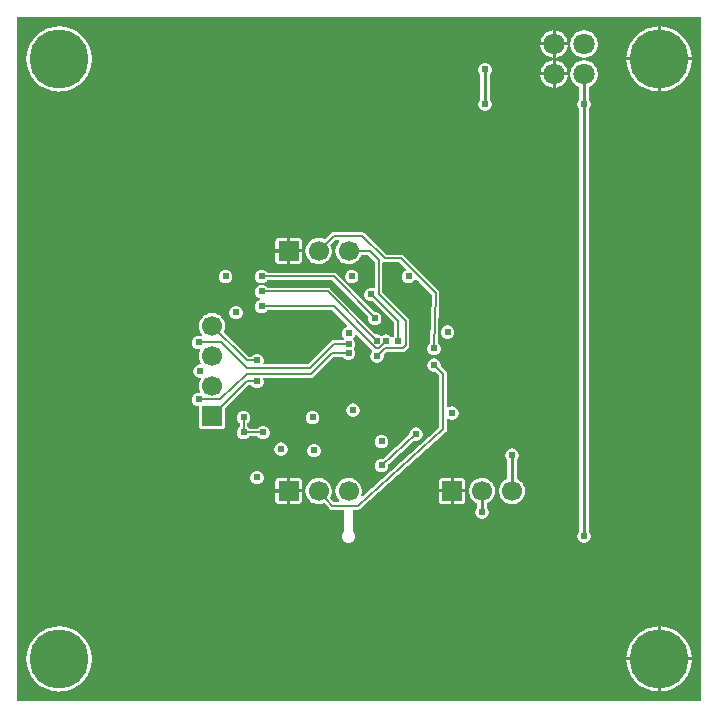
<source format=gbl>
G04 Layer: BottomLayer*
G04 Panelize: , Column: 2, Row: 2, Board Size: 58.42mm x 58.42mm, Panelized Board Size: 118.84mm x 118.84mm*
G04 EasyEDA v6.5.34, 2023-09-08 22:52:23*
G04 25f9ab1a57db4546acea81688240381b,5a6b42c53f6a479593ecc07194224c93,10*
G04 Gerber Generator version 0.2*
G04 Scale: 100 percent, Rotated: No, Reflected: No *
G04 Dimensions in millimeters *
G04 leading zeros omitted , absolute positions ,4 integer and 5 decimal *
%FSLAX45Y45*%
%MOMM*%

%ADD10C,0.3000*%
%ADD11C,0.2000*%
%ADD12C,0.1270*%
%ADD13C,0.2540*%
%ADD14R,1.7000X1.7000*%
%ADD15C,1.7000*%
%ADD16C,5.0000*%
%ADD17C,1.8000*%
%ADD18C,0.6096*%
%ADD19C,0.0162*%

%LPD*%
G36*
X5805932Y25908D02*
G01*
X36068Y26416D01*
X32156Y27178D01*
X28905Y29362D01*
X26670Y32664D01*
X25908Y36576D01*
X25908Y5805932D01*
X26670Y5809843D01*
X28905Y5813094D01*
X32156Y5815330D01*
X36068Y5816092D01*
X5805932Y5816092D01*
X5809843Y5815330D01*
X5813094Y5813094D01*
X5815330Y5809843D01*
X5816092Y5805932D01*
X5816092Y36068D01*
X5815330Y32207D01*
X5813094Y28905D01*
X5809843Y26670D01*
G37*

%LPC*%
G36*
X4584700Y5600700D02*
G01*
X4687112Y5600700D01*
X4686960Y5602528D01*
X4684268Y5616803D01*
X4679746Y5630672D01*
X4673549Y5643829D01*
X4665776Y5656122D01*
X4656480Y5667349D01*
X4645863Y5677306D01*
X4634077Y5685840D01*
X4621326Y5692851D01*
X4607814Y5698236D01*
X4593691Y5701842D01*
X4584700Y5702960D01*
G37*
G36*
X5473700Y105562D02*
G01*
X5478322Y105664D01*
X5501284Y108051D01*
X5523992Y112369D01*
X5546242Y118618D01*
X5567934Y126644D01*
X5588812Y136499D01*
X5608828Y148031D01*
X5627827Y161239D01*
X5645607Y175971D01*
X5662117Y192125D01*
X5677204Y209600D01*
X5690819Y228295D01*
X5702757Y248107D01*
X5713018Y268782D01*
X5721553Y290271D01*
X5728208Y312369D01*
X5733034Y334975D01*
X5735929Y357936D01*
X5736336Y368300D01*
X5473700Y368300D01*
G37*
G36*
X5448300Y105613D02*
G01*
X5448300Y368300D01*
X5185410Y368300D01*
X5187289Y346405D01*
X5191150Y323646D01*
X5196890Y301244D01*
X5204460Y279450D01*
X5213858Y258317D01*
X5224983Y238099D01*
X5237784Y218846D01*
X5252161Y200710D01*
X5267960Y183896D01*
X5285130Y168402D01*
X5303520Y154432D01*
X5323027Y142087D01*
X5343499Y131368D01*
X5364835Y122428D01*
X5386781Y115265D01*
X5409285Y109982D01*
X5432145Y106629D01*
G37*
G36*
X5473700Y393700D02*
G01*
X5736336Y393700D01*
X5735929Y404063D01*
X5733034Y427024D01*
X5728208Y449630D01*
X5721553Y471728D01*
X5713018Y493217D01*
X5702757Y513892D01*
X5690819Y533704D01*
X5677204Y552348D01*
X5662117Y569874D01*
X5645607Y586028D01*
X5627827Y600760D01*
X5608828Y613968D01*
X5588812Y625500D01*
X5567934Y635355D01*
X5546242Y643382D01*
X5523992Y649630D01*
X5501284Y653948D01*
X5478322Y656336D01*
X5473700Y656437D01*
G37*
G36*
X5185410Y393700D02*
G01*
X5448300Y393700D01*
X5448300Y656386D01*
X5432145Y655370D01*
X5409285Y652018D01*
X5386781Y646734D01*
X5364835Y639572D01*
X5343499Y630631D01*
X5323027Y619912D01*
X5303520Y607568D01*
X5285130Y593598D01*
X5267960Y578104D01*
X5252161Y561289D01*
X5237784Y543153D01*
X5224983Y523900D01*
X5213858Y503682D01*
X5204460Y482549D01*
X5196890Y460756D01*
X5191150Y438353D01*
X5187289Y415594D01*
G37*
G36*
X4826000Y1366062D02*
G01*
X4835804Y1366926D01*
X4845253Y1369466D01*
X4854194Y1373581D01*
X4862220Y1379220D01*
X4869180Y1386179D01*
X4874818Y1394206D01*
X4878933Y1403146D01*
X4881473Y1412595D01*
X4882337Y1422400D01*
X4881473Y1432204D01*
X4878933Y1441653D01*
X4874818Y1450594D01*
X4869180Y1458620D01*
X4867605Y1460195D01*
X4865370Y1463497D01*
X4864608Y1467408D01*
X4864608Y5033518D01*
X4865370Y5037378D01*
X4867605Y5040680D01*
X4869180Y5042255D01*
X4874818Y5050332D01*
X4878933Y5059222D01*
X4881473Y5068722D01*
X4882337Y5078476D01*
X4881473Y5088280D01*
X4878933Y5097780D01*
X4874818Y5106670D01*
X4869180Y5114696D01*
X4867605Y5116322D01*
X4865370Y5119573D01*
X4864608Y5123484D01*
X4864608Y5217972D01*
X4865420Y5221935D01*
X4867656Y5225237D01*
X4871008Y5227421D01*
X4875326Y5229148D01*
X4888077Y5236159D01*
X4899863Y5244693D01*
X4910480Y5254650D01*
X4919776Y5265877D01*
X4927549Y5278170D01*
X4933746Y5291328D01*
X4938268Y5305196D01*
X4940960Y5319471D01*
X4941874Y5334000D01*
X4940960Y5348528D01*
X4938268Y5362803D01*
X4933746Y5376672D01*
X4927549Y5389829D01*
X4919776Y5402122D01*
X4910480Y5413349D01*
X4899863Y5423306D01*
X4888077Y5431840D01*
X4875326Y5438851D01*
X4861814Y5444236D01*
X4847691Y5447842D01*
X4833264Y5449671D01*
X4818735Y5449671D01*
X4804308Y5447842D01*
X4790186Y5444236D01*
X4776673Y5438851D01*
X4763922Y5431840D01*
X4752136Y5423306D01*
X4741519Y5413349D01*
X4732223Y5402122D01*
X4724450Y5389829D01*
X4718253Y5376672D01*
X4713732Y5362803D01*
X4711039Y5348528D01*
X4710125Y5334000D01*
X4711039Y5319471D01*
X4713732Y5305196D01*
X4718253Y5291328D01*
X4724450Y5278170D01*
X4732223Y5265877D01*
X4741519Y5254650D01*
X4752136Y5244693D01*
X4763922Y5236159D01*
X4776673Y5229148D01*
X4780991Y5227421D01*
X4784344Y5225237D01*
X4786579Y5221935D01*
X4787392Y5217972D01*
X4787392Y5123484D01*
X4786630Y5119573D01*
X4784394Y5116322D01*
X4782820Y5114696D01*
X4777181Y5106670D01*
X4773066Y5097780D01*
X4770526Y5088280D01*
X4769662Y5078476D01*
X4770526Y5068722D01*
X4773066Y5059222D01*
X4777181Y5050332D01*
X4782820Y5042255D01*
X4784394Y5040680D01*
X4786630Y5037378D01*
X4787392Y5033518D01*
X4787392Y1467408D01*
X4786630Y1463497D01*
X4784394Y1460195D01*
X4782820Y1458620D01*
X4777181Y1450594D01*
X4773066Y1441653D01*
X4770526Y1432204D01*
X4769662Y1422400D01*
X4770526Y1412595D01*
X4773066Y1403146D01*
X4777181Y1394206D01*
X4782820Y1386179D01*
X4789779Y1379220D01*
X4797806Y1373581D01*
X4806746Y1369466D01*
X4816195Y1366926D01*
G37*
G36*
X2832100Y1366062D02*
G01*
X2841853Y1366926D01*
X2851353Y1369466D01*
X2860243Y1373581D01*
X2868320Y1379220D01*
X2875229Y1386179D01*
X2880868Y1394206D01*
X2885033Y1403146D01*
X2887573Y1412595D01*
X2888437Y1422400D01*
X2887573Y1432204D01*
X2885033Y1441653D01*
X2880868Y1450594D01*
X2875229Y1458620D01*
X2873705Y1460195D01*
X2871470Y1463497D01*
X2870708Y1467358D01*
X2870708Y1633982D01*
X2871470Y1637893D01*
X2873705Y1641144D01*
X2876956Y1643380D01*
X2880868Y1644142D01*
X2908046Y1644142D01*
X2915005Y1644853D01*
X2921406Y1646936D01*
X2927248Y1650339D01*
X2929991Y1652524D01*
X3653282Y2299716D01*
X3658158Y2305100D01*
X3661562Y2310892D01*
X3663645Y2317292D01*
X3664458Y2324658D01*
X3664458Y2406497D01*
X3665270Y2410510D01*
X3667556Y2413863D01*
X3671011Y2416048D01*
X3675024Y2416657D01*
X3678986Y2415692D01*
X3689146Y2410815D01*
X3698595Y2408326D01*
X3708400Y2407462D01*
X3718153Y2408326D01*
X3727653Y2410866D01*
X3736543Y2414981D01*
X3744620Y2420620D01*
X3751529Y2427579D01*
X3757168Y2435606D01*
X3761333Y2444546D01*
X3763873Y2453995D01*
X3764737Y2463800D01*
X3763873Y2473604D01*
X3761333Y2483053D01*
X3757168Y2491994D01*
X3751529Y2500020D01*
X3744620Y2506980D01*
X3736543Y2512618D01*
X3727653Y2516733D01*
X3718153Y2519273D01*
X3708400Y2520137D01*
X3698595Y2519273D01*
X3689146Y2516784D01*
X3678986Y2511907D01*
X3675024Y2510942D01*
X3671011Y2511552D01*
X3667556Y2513736D01*
X3665270Y2517089D01*
X3664458Y2521051D01*
X3664458Y2793492D01*
X3663696Y2800705D01*
X3661613Y2807106D01*
X3658158Y2813050D01*
X3654704Y2817114D01*
X3614826Y2856992D01*
X3612438Y2860700D01*
X3611879Y2865069D01*
X3612337Y2870200D01*
X3611473Y2880004D01*
X3608933Y2889453D01*
X3604768Y2898394D01*
X3599129Y2906420D01*
X3592220Y2913380D01*
X3584143Y2919018D01*
X3575253Y2923133D01*
X3565753Y2925673D01*
X3556000Y2926537D01*
X3546195Y2925673D01*
X3536696Y2923133D01*
X3527806Y2919018D01*
X3519779Y2913380D01*
X3512820Y2906420D01*
X3507181Y2898394D01*
X3503015Y2889453D01*
X3500475Y2880004D01*
X3499662Y2870200D01*
X3500475Y2860395D01*
X3503015Y2850946D01*
X3507181Y2842006D01*
X3512820Y2833979D01*
X3519779Y2827020D01*
X3527806Y2821381D01*
X3536696Y2817266D01*
X3546195Y2814726D01*
X3556000Y2813862D01*
X3561130Y2814320D01*
X3565499Y2813710D01*
X3569208Y2811373D01*
X3596944Y2783636D01*
X3599179Y2780334D01*
X3599942Y2776423D01*
X3599942Y2343048D01*
X3599027Y2338933D01*
X3596538Y2335479D01*
X2954680Y1761185D01*
X2950819Y1759000D01*
X2946450Y1758696D01*
X2942336Y1760270D01*
X2939237Y1763420D01*
X2937814Y1767586D01*
X2938221Y1771954D01*
X2939338Y1775256D01*
X2942082Y1789226D01*
X2942996Y1803400D01*
X2942082Y1817573D01*
X2939338Y1831543D01*
X2934868Y1845005D01*
X2928721Y1857806D01*
X2920949Y1869744D01*
X2911754Y1880514D01*
X2901238Y1890115D01*
X2889554Y1898243D01*
X2876956Y1904796D01*
X2863646Y1909724D01*
X2849778Y1912874D01*
X2835656Y1914245D01*
X2821432Y1913788D01*
X2807411Y1911502D01*
X2793796Y1907438D01*
X2780792Y1901698D01*
X2768650Y1894332D01*
X2757525Y1885492D01*
X2747670Y1875282D01*
X2739136Y1863902D01*
X2732176Y1851507D01*
X2726842Y1838350D01*
X2723235Y1824583D01*
X2721406Y1810512D01*
X2721406Y1796288D01*
X2723235Y1782216D01*
X2726842Y1768449D01*
X2732176Y1755292D01*
X2739136Y1742897D01*
X2747670Y1731518D01*
X2753106Y1725879D01*
X2755239Y1722577D01*
X2755950Y1718716D01*
X2755138Y1714855D01*
X2752953Y1711604D01*
X2749651Y1709420D01*
X2745790Y1708657D01*
X2711297Y1708657D01*
X2707132Y1709521D01*
X2703728Y1712010D01*
X2677769Y1740865D01*
X2675737Y1744268D01*
X2675178Y1748180D01*
X2676194Y1752041D01*
X2680868Y1761794D01*
X2685338Y1775256D01*
X2688082Y1789226D01*
X2688996Y1803400D01*
X2688082Y1817573D01*
X2685338Y1831543D01*
X2680868Y1845005D01*
X2674721Y1857806D01*
X2666949Y1869744D01*
X2657754Y1880514D01*
X2647238Y1890115D01*
X2635554Y1898243D01*
X2622956Y1904796D01*
X2609646Y1909724D01*
X2595778Y1912874D01*
X2581656Y1914245D01*
X2567432Y1913788D01*
X2553411Y1911502D01*
X2539796Y1907438D01*
X2526792Y1901698D01*
X2514650Y1894332D01*
X2503525Y1885492D01*
X2493670Y1875282D01*
X2485136Y1863902D01*
X2478176Y1851507D01*
X2472842Y1838350D01*
X2469235Y1824583D01*
X2467406Y1810512D01*
X2467406Y1796288D01*
X2469235Y1782216D01*
X2472842Y1768449D01*
X2478176Y1755292D01*
X2485136Y1742897D01*
X2493670Y1731518D01*
X2503525Y1721307D01*
X2514650Y1712468D01*
X2526792Y1705102D01*
X2539796Y1699310D01*
X2553411Y1695297D01*
X2567432Y1693011D01*
X2581656Y1692554D01*
X2595778Y1693925D01*
X2609646Y1697075D01*
X2618740Y1700428D01*
X2622702Y1701038D01*
X2626614Y1700123D01*
X2629814Y1697685D01*
X2668066Y1655216D01*
X2673451Y1650339D01*
X2679293Y1646986D01*
X2685694Y1644904D01*
X2692908Y1644142D01*
X2783332Y1644142D01*
X2787243Y1643380D01*
X2790494Y1641144D01*
X2792730Y1637893D01*
X2793492Y1633982D01*
X2793492Y1467408D01*
X2792730Y1463497D01*
X2790494Y1460195D01*
X2788920Y1458620D01*
X2783281Y1450594D01*
X2779115Y1441653D01*
X2776575Y1432204D01*
X2775762Y1422400D01*
X2776575Y1412595D01*
X2779115Y1403146D01*
X2783281Y1394206D01*
X2788920Y1386179D01*
X2795879Y1379220D01*
X2803906Y1373581D01*
X2812796Y1369466D01*
X2822295Y1366926D01*
G37*
G36*
X3962400Y1569262D02*
G01*
X3972153Y1570126D01*
X3981653Y1572666D01*
X3990543Y1576781D01*
X3998620Y1582420D01*
X4005529Y1589379D01*
X4011168Y1597406D01*
X4015333Y1606346D01*
X4017873Y1615795D01*
X4018737Y1625600D01*
X4017873Y1635404D01*
X4015333Y1644853D01*
X4011168Y1653793D01*
X4005529Y1661820D01*
X4003954Y1663395D01*
X4001770Y1666697D01*
X4001008Y1670608D01*
X4001008Y1692605D01*
X4001668Y1696212D01*
X4003548Y1699361D01*
X4006494Y1701596D01*
X4019905Y1708556D01*
X4031538Y1716684D01*
X4042054Y1726234D01*
X4051249Y1737055D01*
X4059021Y1748993D01*
X4065168Y1761794D01*
X4069638Y1775256D01*
X4072382Y1789226D01*
X4073296Y1803400D01*
X4072382Y1817573D01*
X4069638Y1831543D01*
X4065168Y1845005D01*
X4059021Y1857806D01*
X4051249Y1869744D01*
X4042054Y1880514D01*
X4031538Y1890115D01*
X4019854Y1898243D01*
X4007256Y1904796D01*
X3993946Y1909724D01*
X3980078Y1912874D01*
X3965956Y1914245D01*
X3951732Y1913788D01*
X3937711Y1911502D01*
X3924096Y1907438D01*
X3911092Y1901698D01*
X3898950Y1894332D01*
X3887825Y1885492D01*
X3877970Y1875282D01*
X3869436Y1863902D01*
X3862476Y1851507D01*
X3857142Y1838350D01*
X3853535Y1824583D01*
X3851757Y1810512D01*
X3851757Y1796288D01*
X3853535Y1782216D01*
X3857142Y1768449D01*
X3862476Y1755292D01*
X3869436Y1742897D01*
X3877970Y1731518D01*
X3887825Y1721307D01*
X3898950Y1712468D01*
X3911092Y1705102D01*
X3917746Y1702155D01*
X3920896Y1699920D01*
X3923029Y1696669D01*
X3923792Y1692859D01*
X3923792Y1670608D01*
X3923029Y1666697D01*
X3920794Y1663395D01*
X3919220Y1661820D01*
X3913581Y1653793D01*
X3909415Y1644853D01*
X3906875Y1635404D01*
X3906062Y1625600D01*
X3906875Y1615795D01*
X3909415Y1606346D01*
X3913581Y1597406D01*
X3919220Y1589379D01*
X3926179Y1582420D01*
X3934206Y1576781D01*
X3943096Y1572666D01*
X3952595Y1570126D01*
G37*
G36*
X3721100Y1692503D02*
G01*
X3792829Y1692503D01*
X3799128Y1693214D01*
X3804615Y1695094D01*
X3809492Y1698193D01*
X3813606Y1702307D01*
X3816654Y1707184D01*
X3818585Y1712671D01*
X3819296Y1718970D01*
X3819296Y1790700D01*
X3721100Y1790700D01*
G37*
G36*
X2336800Y1692503D02*
G01*
X2408529Y1692503D01*
X2414828Y1693214D01*
X2420315Y1695094D01*
X2425192Y1698193D01*
X2429306Y1702307D01*
X2432354Y1707184D01*
X2434285Y1712671D01*
X2434996Y1718970D01*
X2434996Y1790700D01*
X2336800Y1790700D01*
G37*
G36*
X2239670Y1692503D02*
G01*
X2311400Y1692503D01*
X2311400Y1790700D01*
X2213203Y1790700D01*
X2213203Y1718970D01*
X2213914Y1712671D01*
X2215794Y1707184D01*
X2218893Y1702307D01*
X2222957Y1698193D01*
X2227884Y1695094D01*
X2233320Y1693214D01*
G37*
G36*
X3623970Y1692503D02*
G01*
X3695700Y1692503D01*
X3695700Y1790700D01*
X3597503Y1790700D01*
X3597503Y1718970D01*
X3598214Y1712671D01*
X3600094Y1707184D01*
X3603193Y1702307D01*
X3607257Y1698193D01*
X3612184Y1695094D01*
X3617620Y1693214D01*
G37*
G36*
X4219956Y1692554D02*
G01*
X4234078Y1693925D01*
X4247946Y1697075D01*
X4261256Y1702003D01*
X4273854Y1708556D01*
X4285538Y1716684D01*
X4296054Y1726234D01*
X4305249Y1737055D01*
X4313021Y1748993D01*
X4319168Y1761794D01*
X4323638Y1775256D01*
X4326382Y1789226D01*
X4327296Y1803400D01*
X4326382Y1817573D01*
X4323638Y1831543D01*
X4319168Y1845005D01*
X4313021Y1857806D01*
X4305249Y1869744D01*
X4296054Y1880514D01*
X4285538Y1890115D01*
X4273905Y1898192D01*
X4260494Y1905152D01*
X4257548Y1907438D01*
X4255668Y1910588D01*
X4255008Y1914194D01*
X4255008Y2063191D01*
X4255770Y2067102D01*
X4257954Y2070404D01*
X4259529Y2071979D01*
X4265168Y2080006D01*
X4269333Y2088946D01*
X4271873Y2098395D01*
X4272737Y2108200D01*
X4271873Y2118004D01*
X4269333Y2127453D01*
X4265168Y2136394D01*
X4259529Y2144420D01*
X4252620Y2151380D01*
X4244543Y2157018D01*
X4235653Y2161133D01*
X4226153Y2163673D01*
X4216400Y2164537D01*
X4206595Y2163673D01*
X4197096Y2161133D01*
X4188206Y2157018D01*
X4180179Y2151380D01*
X4173220Y2144420D01*
X4167581Y2136394D01*
X4163415Y2127453D01*
X4160875Y2118004D01*
X4160062Y2108200D01*
X4160875Y2098395D01*
X4163415Y2088946D01*
X4167581Y2080006D01*
X4173220Y2071979D01*
X4174794Y2070404D01*
X4177029Y2067102D01*
X4177792Y2063191D01*
X4177792Y1913940D01*
X4177029Y1910130D01*
X4174896Y1906879D01*
X4171746Y1904644D01*
X4165092Y1901698D01*
X4152950Y1894332D01*
X4141825Y1885492D01*
X4131970Y1875282D01*
X4123436Y1863902D01*
X4116476Y1851507D01*
X4111142Y1838350D01*
X4107535Y1824583D01*
X4105757Y1810512D01*
X4105757Y1796288D01*
X4107535Y1782216D01*
X4111142Y1768449D01*
X4116476Y1755292D01*
X4123436Y1742897D01*
X4131970Y1731518D01*
X4141825Y1721307D01*
X4152950Y1712468D01*
X4165092Y1705102D01*
X4178096Y1699310D01*
X4191711Y1695297D01*
X4205732Y1693011D01*
G37*
G36*
X4456887Y5600700D02*
G01*
X4559300Y5600700D01*
X4559300Y5702960D01*
X4550308Y5701842D01*
X4536186Y5698236D01*
X4522673Y5692851D01*
X4509922Y5685840D01*
X4498136Y5677306D01*
X4487519Y5667349D01*
X4478223Y5656122D01*
X4470450Y5643829D01*
X4464253Y5630672D01*
X4459732Y5616803D01*
X4457039Y5602528D01*
G37*
G36*
X5185410Y5473700D02*
G01*
X5448300Y5473700D01*
X5448300Y5736386D01*
X5432145Y5735370D01*
X5409285Y5732018D01*
X5386781Y5726734D01*
X5364835Y5719572D01*
X5343499Y5710631D01*
X5323027Y5699912D01*
X5303520Y5687568D01*
X5285130Y5673598D01*
X5267960Y5658104D01*
X5252161Y5641289D01*
X5237784Y5623153D01*
X5224983Y5603900D01*
X5213858Y5583682D01*
X5204460Y5562549D01*
X5196890Y5540756D01*
X5191150Y5518353D01*
X5187289Y5495594D01*
G37*
G36*
X5473700Y5473700D02*
G01*
X5736336Y5473700D01*
X5735929Y5484063D01*
X5733034Y5507024D01*
X5728208Y5529630D01*
X5721553Y5551728D01*
X5713018Y5573217D01*
X5702757Y5593892D01*
X5690819Y5613704D01*
X5677204Y5632348D01*
X5662117Y5649874D01*
X5645607Y5666028D01*
X5627827Y5680760D01*
X5608828Y5693968D01*
X5588812Y5705500D01*
X5567934Y5715355D01*
X5546242Y5723382D01*
X5523992Y5729630D01*
X5501284Y5733948D01*
X5478322Y5736336D01*
X5473700Y5736437D01*
G37*
G36*
X3721100Y1816100D02*
G01*
X3819296Y1816100D01*
X3819296Y1887829D01*
X3818585Y1894128D01*
X3816654Y1899615D01*
X3813606Y1904492D01*
X3809492Y1908606D01*
X3804615Y1911705D01*
X3799128Y1913585D01*
X3792829Y1914296D01*
X3721100Y1914296D01*
G37*
G36*
X2336800Y1816100D02*
G01*
X2434996Y1816100D01*
X2434996Y1887829D01*
X2434285Y1894128D01*
X2432354Y1899615D01*
X2429306Y1904492D01*
X2425192Y1908606D01*
X2420315Y1911705D01*
X2414828Y1913585D01*
X2408529Y1914296D01*
X2336800Y1914296D01*
G37*
G36*
X3597503Y1816100D02*
G01*
X3695700Y1816100D01*
X3695700Y1914296D01*
X3623970Y1914296D01*
X3617620Y1913585D01*
X3612184Y1911705D01*
X3607257Y1908606D01*
X3603193Y1904492D01*
X3600094Y1899615D01*
X3598214Y1894128D01*
X3597503Y1887829D01*
G37*
G36*
X2213203Y1816100D02*
G01*
X2311400Y1816100D01*
X2311400Y1914296D01*
X2239670Y1914296D01*
X2233320Y1913585D01*
X2227884Y1911705D01*
X2222957Y1908606D01*
X2218893Y1904492D01*
X2215794Y1899615D01*
X2213914Y1894128D01*
X2213203Y1887829D01*
G37*
G36*
X2057400Y1861362D02*
G01*
X2067153Y1862226D01*
X2076653Y1864766D01*
X2085543Y1868881D01*
X2093620Y1874520D01*
X2100529Y1881479D01*
X2106168Y1889506D01*
X2110333Y1898446D01*
X2112873Y1907895D01*
X2113737Y1917700D01*
X2112873Y1927504D01*
X2110333Y1936953D01*
X2106168Y1945893D01*
X2100529Y1953920D01*
X2093620Y1960880D01*
X2085543Y1966518D01*
X2076653Y1970633D01*
X2067153Y1973173D01*
X2057400Y1974037D01*
X2047595Y1973173D01*
X2038096Y1970633D01*
X2029206Y1966518D01*
X2021179Y1960880D01*
X2014220Y1953920D01*
X2008581Y1945893D01*
X2004415Y1936953D01*
X2001875Y1927504D01*
X2001062Y1917700D01*
X2001875Y1907895D01*
X2004415Y1898446D01*
X2008581Y1889506D01*
X2014220Y1881479D01*
X2021179Y1874520D01*
X2029206Y1868881D01*
X2038096Y1864766D01*
X2047595Y1862226D01*
G37*
G36*
X3111500Y1962962D02*
G01*
X3121253Y1963826D01*
X3130753Y1966366D01*
X3139643Y1970481D01*
X3147720Y1976120D01*
X3154629Y1983079D01*
X3160268Y1991106D01*
X3164433Y2000046D01*
X3166973Y2009495D01*
X3167837Y2019300D01*
X3167837Y2024583D01*
X3168954Y2027478D01*
X3170936Y2029866D01*
X3387648Y2227732D01*
X3391204Y2229866D01*
X3395370Y2230374D01*
X3403600Y2229662D01*
X3413353Y2230526D01*
X3422853Y2233066D01*
X3431743Y2237181D01*
X3439820Y2242820D01*
X3446729Y2249779D01*
X3452368Y2257806D01*
X3456533Y2266746D01*
X3459073Y2276195D01*
X3459937Y2286000D01*
X3459073Y2295804D01*
X3456533Y2305253D01*
X3452368Y2314194D01*
X3446729Y2322220D01*
X3439820Y2329180D01*
X3431743Y2334818D01*
X3422853Y2338933D01*
X3413353Y2341473D01*
X3403600Y2342337D01*
X3393795Y2341473D01*
X3384296Y2338933D01*
X3375406Y2334818D01*
X3367379Y2329180D01*
X3360420Y2322220D01*
X3354781Y2314194D01*
X3350615Y2305253D01*
X3348075Y2295804D01*
X3347262Y2286000D01*
X3347212Y2280716D01*
X3346094Y2277821D01*
X3344164Y2275433D01*
X3127451Y2077567D01*
X3123844Y2075434D01*
X3119729Y2074925D01*
X3111500Y2075637D01*
X3101695Y2074773D01*
X3092196Y2072233D01*
X3083306Y2068118D01*
X3075279Y2062480D01*
X3068320Y2055520D01*
X3062681Y2047493D01*
X3058515Y2038553D01*
X3055975Y2029104D01*
X3055162Y2019300D01*
X3055975Y2009495D01*
X3058515Y2000046D01*
X3062681Y1991106D01*
X3068320Y1983079D01*
X3075279Y1976120D01*
X3083306Y1970481D01*
X3092196Y1966366D01*
X3101695Y1963826D01*
G37*
G36*
X4584700Y5473039D02*
G01*
X4593691Y5474157D01*
X4607814Y5477764D01*
X4621326Y5483148D01*
X4634077Y5490159D01*
X4645863Y5498693D01*
X4656480Y5508650D01*
X4665776Y5519877D01*
X4673549Y5532170D01*
X4679746Y5545328D01*
X4684268Y5559196D01*
X4686960Y5573471D01*
X4687112Y5575300D01*
X4584700Y5575300D01*
G37*
G36*
X2540000Y2089962D02*
G01*
X2549753Y2090826D01*
X2559253Y2093366D01*
X2568143Y2097481D01*
X2576220Y2103120D01*
X2583129Y2110079D01*
X2588768Y2118106D01*
X2592933Y2127046D01*
X2595473Y2136495D01*
X2596337Y2146300D01*
X2595473Y2156104D01*
X2592933Y2165553D01*
X2588768Y2174494D01*
X2583129Y2182520D01*
X2576220Y2189480D01*
X2568143Y2195118D01*
X2559253Y2199233D01*
X2549753Y2201773D01*
X2540000Y2202637D01*
X2530195Y2201773D01*
X2520696Y2199233D01*
X2511806Y2195118D01*
X2503779Y2189480D01*
X2496820Y2182520D01*
X2491181Y2174494D01*
X2487015Y2165553D01*
X2484475Y2156104D01*
X2483662Y2146300D01*
X2484475Y2136495D01*
X2487015Y2127046D01*
X2491181Y2118106D01*
X2496820Y2110079D01*
X2503779Y2103120D01*
X2511806Y2097481D01*
X2520696Y2093366D01*
X2530195Y2090826D01*
G37*
G36*
X2260600Y2102662D02*
G01*
X2270353Y2103526D01*
X2279853Y2106066D01*
X2288743Y2110181D01*
X2296820Y2115820D01*
X2303729Y2122779D01*
X2309368Y2130806D01*
X2313533Y2139746D01*
X2316073Y2149195D01*
X2316937Y2159000D01*
X2316073Y2168804D01*
X2313533Y2178253D01*
X2309368Y2187194D01*
X2303729Y2195220D01*
X2296820Y2202180D01*
X2288743Y2207818D01*
X2279853Y2211933D01*
X2270353Y2214473D01*
X2260600Y2215337D01*
X2250795Y2214473D01*
X2241296Y2211933D01*
X2232406Y2207818D01*
X2224379Y2202180D01*
X2217420Y2195220D01*
X2211781Y2187194D01*
X2207615Y2178253D01*
X2205075Y2168804D01*
X2204262Y2159000D01*
X2205075Y2149195D01*
X2207615Y2139746D01*
X2211781Y2130806D01*
X2217420Y2122779D01*
X2224379Y2115820D01*
X2232406Y2110181D01*
X2241296Y2106066D01*
X2250795Y2103526D01*
G37*
G36*
X3111500Y2166162D02*
G01*
X3121253Y2167026D01*
X3130753Y2169566D01*
X3139643Y2173681D01*
X3147720Y2179320D01*
X3154629Y2186279D01*
X3160268Y2194306D01*
X3164433Y2203246D01*
X3166973Y2212695D01*
X3167837Y2222500D01*
X3166973Y2232304D01*
X3164433Y2241753D01*
X3160268Y2250694D01*
X3154629Y2258720D01*
X3147720Y2265680D01*
X3139643Y2271318D01*
X3130753Y2275433D01*
X3121253Y2277973D01*
X3111500Y2278837D01*
X3101695Y2277973D01*
X3092196Y2275433D01*
X3083306Y2271318D01*
X3075279Y2265680D01*
X3068320Y2258720D01*
X3062681Y2250694D01*
X3058515Y2241753D01*
X3055975Y2232304D01*
X3055162Y2222500D01*
X3055975Y2212695D01*
X3058515Y2203246D01*
X3062681Y2194306D01*
X3068320Y2186279D01*
X3075279Y2179320D01*
X3083306Y2173681D01*
X3092196Y2169566D01*
X3101695Y2167026D01*
G37*
G36*
X4559300Y5473039D02*
G01*
X4559300Y5575300D01*
X4456887Y5575300D01*
X4457039Y5573471D01*
X4459732Y5559196D01*
X4464253Y5545328D01*
X4470450Y5532170D01*
X4478223Y5519877D01*
X4487519Y5508650D01*
X4498136Y5498693D01*
X4509922Y5490159D01*
X4522673Y5483148D01*
X4536186Y5477764D01*
X4550308Y5474157D01*
G37*
G36*
X1943100Y2242362D02*
G01*
X1952853Y2243226D01*
X1962353Y2245766D01*
X1971243Y2249881D01*
X1979269Y2255520D01*
X1987092Y2263444D01*
X1990394Y2265680D01*
X1994306Y2266442D01*
X2056942Y2266442D01*
X2060854Y2265680D01*
X2064207Y2263444D01*
X2071979Y2255520D01*
X2080006Y2249881D01*
X2088896Y2245766D01*
X2098395Y2243226D01*
X2108200Y2242362D01*
X2117953Y2243226D01*
X2127453Y2245766D01*
X2136343Y2249881D01*
X2144420Y2255520D01*
X2151329Y2262479D01*
X2156968Y2270506D01*
X2161133Y2279446D01*
X2163673Y2288895D01*
X2164537Y2298700D01*
X2163673Y2308504D01*
X2161133Y2317953D01*
X2156968Y2326894D01*
X2151329Y2334920D01*
X2144420Y2341880D01*
X2136343Y2347518D01*
X2127453Y2351633D01*
X2117953Y2354173D01*
X2108200Y2355037D01*
X2098395Y2354173D01*
X2088896Y2351633D01*
X2080006Y2347518D01*
X2071979Y2341880D01*
X2064207Y2333955D01*
X2060854Y2331720D01*
X2056942Y2330958D01*
X1994306Y2330958D01*
X1990445Y2331720D01*
X1987143Y2333955D01*
X1978304Y2342743D01*
X1976120Y2346045D01*
X1975357Y2349906D01*
X1975357Y2374493D01*
X1976120Y2378405D01*
X1978355Y2381707D01*
X1986280Y2389479D01*
X1991868Y2397506D01*
X1996033Y2406446D01*
X1998573Y2415895D01*
X1999437Y2425700D01*
X1998573Y2435504D01*
X1996033Y2444953D01*
X1991868Y2453894D01*
X1986229Y2461920D01*
X1979320Y2468880D01*
X1971243Y2474518D01*
X1962353Y2478633D01*
X1952853Y2481173D01*
X1943100Y2482037D01*
X1933295Y2481173D01*
X1923796Y2478633D01*
X1914906Y2474518D01*
X1906879Y2468880D01*
X1899920Y2461920D01*
X1894281Y2453894D01*
X1890115Y2444953D01*
X1887575Y2435504D01*
X1886762Y2425700D01*
X1887575Y2415895D01*
X1890115Y2406446D01*
X1894281Y2397506D01*
X1899920Y2389479D01*
X1907793Y2381707D01*
X1910029Y2378405D01*
X1910842Y2374442D01*
X1910842Y2349906D01*
X1910029Y2345994D01*
X1907793Y2342692D01*
X1899920Y2334869D01*
X1894281Y2326894D01*
X1890115Y2317953D01*
X1887575Y2308504D01*
X1886762Y2298700D01*
X1887575Y2288895D01*
X1890115Y2279446D01*
X1894281Y2270506D01*
X1899920Y2262479D01*
X1906879Y2255520D01*
X1914906Y2249881D01*
X1923796Y2245766D01*
X1933295Y2243226D01*
G37*
G36*
X4818735Y5472328D02*
G01*
X4833264Y5472328D01*
X4847691Y5474157D01*
X4861814Y5477764D01*
X4875326Y5483148D01*
X4888077Y5490159D01*
X4899863Y5498693D01*
X4910480Y5508650D01*
X4919776Y5519877D01*
X4927549Y5532170D01*
X4933746Y5545328D01*
X4938268Y5559196D01*
X4940960Y5573471D01*
X4941874Y5588000D01*
X4940960Y5602528D01*
X4938268Y5616803D01*
X4933746Y5630672D01*
X4927549Y5643829D01*
X4919776Y5656122D01*
X4910480Y5667349D01*
X4899863Y5677306D01*
X4888077Y5685840D01*
X4875326Y5692851D01*
X4861814Y5698236D01*
X4847691Y5701842D01*
X4833264Y5703671D01*
X4818735Y5703671D01*
X4804308Y5701842D01*
X4790186Y5698236D01*
X4776673Y5692851D01*
X4763922Y5685840D01*
X4752136Y5677306D01*
X4741519Y5667349D01*
X4732223Y5656122D01*
X4724450Y5643829D01*
X4718253Y5630672D01*
X4713732Y5616803D01*
X4711039Y5602528D01*
X4710125Y5588000D01*
X4711039Y5573471D01*
X4713732Y5559196D01*
X4718253Y5545328D01*
X4724450Y5532170D01*
X4732223Y5519877D01*
X4741519Y5508650D01*
X4752136Y5498693D01*
X4763922Y5490159D01*
X4776673Y5483148D01*
X4790186Y5477764D01*
X4804308Y5474157D01*
G37*
G36*
X1591970Y2327503D02*
G01*
X1760829Y2327503D01*
X1767128Y2328214D01*
X1772615Y2330094D01*
X1777492Y2333193D01*
X1781606Y2337308D01*
X1784654Y2342184D01*
X1786585Y2347671D01*
X1787296Y2353970D01*
X1787296Y2499461D01*
X1788058Y2503373D01*
X1790293Y2506675D01*
X1978863Y2695244D01*
X1982165Y2697480D01*
X1986076Y2698242D01*
X2006142Y2698242D01*
X2010054Y2697480D01*
X2013407Y2695244D01*
X2021179Y2687320D01*
X2029206Y2681681D01*
X2038096Y2677566D01*
X2047595Y2675026D01*
X2057400Y2674162D01*
X2067153Y2675026D01*
X2076653Y2677566D01*
X2085543Y2681681D01*
X2093620Y2687320D01*
X2100529Y2694279D01*
X2106168Y2702306D01*
X2110333Y2711246D01*
X2112873Y2720695D01*
X2113737Y2730500D01*
X2112873Y2740304D01*
X2110536Y2748940D01*
X2110282Y2752648D01*
X2111298Y2756204D01*
X2113584Y2759151D01*
X2116734Y2761081D01*
X2120392Y2761742D01*
X2514041Y2761742D01*
X2521305Y2762504D01*
X2527706Y2764586D01*
X2533650Y2767990D01*
X2537663Y2771495D01*
X2702763Y2936544D01*
X2706065Y2938780D01*
X2709976Y2939542D01*
X2780842Y2939542D01*
X2784754Y2938780D01*
X2788107Y2936544D01*
X2795879Y2928620D01*
X2803906Y2922981D01*
X2812796Y2918866D01*
X2822295Y2916326D01*
X2832100Y2915462D01*
X2841853Y2916326D01*
X2851353Y2918866D01*
X2860243Y2922981D01*
X2868320Y2928620D01*
X2875229Y2935579D01*
X2880868Y2943606D01*
X2885033Y2952546D01*
X2887573Y2961995D01*
X2888437Y2971800D01*
X2887573Y2981604D01*
X2885033Y2991053D01*
X2880868Y2999994D01*
X2878023Y3004058D01*
X2876397Y3007868D01*
X2876397Y3011932D01*
X2878023Y3015742D01*
X2880868Y3019806D01*
X2885033Y3028746D01*
X2887573Y3038195D01*
X2888437Y3048000D01*
X2887573Y3057804D01*
X2885033Y3067253D01*
X2880868Y3076194D01*
X2872028Y3088538D01*
X2871216Y3092450D01*
X2872028Y3096310D01*
X2880868Y3108706D01*
X2885186Y3118205D01*
X2887116Y3121964D01*
X2890418Y3124657D01*
X2894482Y3125724D01*
X2898648Y3125063D01*
X2902204Y3122777D01*
X3029204Y2995777D01*
X3031236Y2992882D01*
X3032150Y2989478D01*
X3031794Y2985973D01*
X3030321Y2982772D01*
X3024581Y2974594D01*
X3020415Y2965653D01*
X3017875Y2956204D01*
X3017062Y2946400D01*
X3017875Y2936595D01*
X3020415Y2927146D01*
X3024581Y2918206D01*
X3030220Y2910179D01*
X3037179Y2903220D01*
X3045206Y2897581D01*
X3054096Y2893466D01*
X3063595Y2890926D01*
X3073400Y2890062D01*
X3083153Y2890926D01*
X3092653Y2893466D01*
X3101543Y2897581D01*
X3109620Y2903220D01*
X3116529Y2910179D01*
X3122168Y2918206D01*
X3126333Y2927146D01*
X3128873Y2936595D01*
X3129737Y2946400D01*
X3129280Y2951530D01*
X3129838Y2955899D01*
X3132226Y2959608D01*
X3147263Y2974644D01*
X3150565Y2976880D01*
X3154476Y2977642D01*
X3288741Y2977642D01*
X3296005Y2978404D01*
X3302406Y2980486D01*
X3308350Y2983890D01*
X3312363Y2987395D01*
X3337102Y3012135D01*
X3341674Y3017774D01*
X3344773Y3023768D01*
X3346551Y3030372D01*
X3346958Y3035706D01*
X3346958Y3237992D01*
X3346196Y3245205D01*
X3344113Y3251606D01*
X3340658Y3257550D01*
X3337204Y3261614D01*
X3121304Y3477463D01*
X3119120Y3480765D01*
X3118358Y3484676D01*
X3118358Y3730447D01*
X3119018Y3734104D01*
X3120948Y3737254D01*
X3123895Y3739540D01*
X3127451Y3740556D01*
X3137306Y3739642D01*
X3259023Y3739642D01*
X3262884Y3738879D01*
X3266186Y3736644D01*
X3317087Y3685743D01*
X3319272Y3682542D01*
X3320084Y3678732D01*
X3319424Y3674922D01*
X3317341Y3671671D01*
X3314192Y3669385D01*
X3311906Y3668318D01*
X3303879Y3662679D01*
X3296920Y3655720D01*
X3291281Y3647694D01*
X3287115Y3638753D01*
X3284575Y3629304D01*
X3283762Y3619500D01*
X3284575Y3609695D01*
X3287115Y3600246D01*
X3291281Y3591306D01*
X3296920Y3583279D01*
X3303879Y3576320D01*
X3311906Y3570681D01*
X3320796Y3566566D01*
X3330295Y3564026D01*
X3340100Y3563162D01*
X3349853Y3564026D01*
X3359353Y3566566D01*
X3368243Y3570681D01*
X3376320Y3576320D01*
X3383229Y3583279D01*
X3388868Y3591306D01*
X3389985Y3593642D01*
X3392220Y3596741D01*
X3395522Y3598824D01*
X3399332Y3599484D01*
X3403142Y3598672D01*
X3406343Y3596538D01*
X3532987Y3469894D01*
X3535222Y3466490D01*
X3535934Y3462426D01*
X3525113Y3061817D01*
X3524554Y3058718D01*
X3523081Y3055975D01*
X3519779Y3053080D01*
X3512820Y3046120D01*
X3507181Y3038094D01*
X3503015Y3029153D01*
X3500475Y3019704D01*
X3499662Y3009900D01*
X3500475Y3000095D01*
X3503015Y2990646D01*
X3507181Y2981706D01*
X3512820Y2973679D01*
X3519779Y2966720D01*
X3527806Y2961081D01*
X3536696Y2956966D01*
X3546195Y2954426D01*
X3556000Y2953562D01*
X3565753Y2954426D01*
X3575253Y2956966D01*
X3584143Y2961081D01*
X3592220Y2966720D01*
X3599129Y2973679D01*
X3604768Y2981706D01*
X3608933Y2990646D01*
X3611473Y3000095D01*
X3612337Y3009900D01*
X3611473Y3019704D01*
X3608933Y3029153D01*
X3604768Y3038094D01*
X3599129Y3046120D01*
X3592576Y3052673D01*
X3590340Y3056128D01*
X3589629Y3060141D01*
X3600907Y3478479D01*
X3600500Y3484778D01*
X3598773Y3491331D01*
X3595674Y3497326D01*
X3591102Y3502964D01*
X3299764Y3794353D01*
X3294126Y3798925D01*
X3288131Y3801973D01*
X3281476Y3803751D01*
X3276193Y3804158D01*
X3154476Y3804158D01*
X3150565Y3804920D01*
X3147263Y3807155D01*
X2969564Y3984853D01*
X2963926Y3989425D01*
X2957931Y3992473D01*
X2951276Y3994251D01*
X2945993Y3994658D01*
X2705608Y3994658D01*
X2698394Y3993896D01*
X2691993Y3991813D01*
X2686050Y3988409D01*
X2681986Y3984904D01*
X2635402Y3938320D01*
X2631846Y3936034D01*
X2627630Y3935374D01*
X2622956Y3936796D01*
X2609646Y3941724D01*
X2595778Y3944874D01*
X2581656Y3946245D01*
X2567432Y3945788D01*
X2553411Y3943502D01*
X2539796Y3939438D01*
X2526792Y3933698D01*
X2514650Y3926332D01*
X2503525Y3917492D01*
X2493670Y3907282D01*
X2485136Y3895902D01*
X2478176Y3883507D01*
X2472842Y3870350D01*
X2469235Y3856583D01*
X2467406Y3842512D01*
X2467406Y3828287D01*
X2469235Y3814216D01*
X2472842Y3800449D01*
X2478176Y3787292D01*
X2485136Y3774897D01*
X2493670Y3763518D01*
X2503525Y3753307D01*
X2514650Y3744468D01*
X2526792Y3737101D01*
X2539796Y3731310D01*
X2553411Y3727297D01*
X2567432Y3725011D01*
X2581656Y3724554D01*
X2595778Y3725926D01*
X2609646Y3729075D01*
X2622956Y3734003D01*
X2635554Y3740556D01*
X2647238Y3748684D01*
X2657754Y3758234D01*
X2666949Y3769055D01*
X2674721Y3780993D01*
X2680868Y3793794D01*
X2685338Y3807256D01*
X2688082Y3821226D01*
X2688996Y3835400D01*
X2688082Y3849573D01*
X2685338Y3863543D01*
X2680868Y3877005D01*
X2678938Y3881018D01*
X2677922Y3885031D01*
X2678633Y3889146D01*
X2680919Y3892600D01*
X2715463Y3927144D01*
X2718765Y3929379D01*
X2722676Y3930142D01*
X2745790Y3930142D01*
X2749651Y3929379D01*
X2752953Y3927195D01*
X2755188Y3923944D01*
X2755950Y3920083D01*
X2755239Y3916222D01*
X2753106Y3912920D01*
X2747670Y3907282D01*
X2739136Y3895902D01*
X2732176Y3883507D01*
X2726842Y3870350D01*
X2723235Y3856583D01*
X2721406Y3842512D01*
X2721406Y3828287D01*
X2723235Y3814216D01*
X2726842Y3800449D01*
X2732176Y3787292D01*
X2739136Y3774897D01*
X2747670Y3763518D01*
X2757525Y3753307D01*
X2768650Y3744468D01*
X2780792Y3737101D01*
X2793796Y3731310D01*
X2807411Y3727297D01*
X2821432Y3725011D01*
X2835656Y3724554D01*
X2849778Y3725926D01*
X2863646Y3729075D01*
X2876956Y3734003D01*
X2889554Y3740556D01*
X2901238Y3748684D01*
X2911754Y3758234D01*
X2920949Y3769055D01*
X2928721Y3780993D01*
X2934868Y3793794D01*
X2935681Y3796182D01*
X2937764Y3799789D01*
X2941218Y3802278D01*
X2945333Y3803142D01*
X2992323Y3803142D01*
X2996184Y3802379D01*
X2999486Y3800144D01*
X3050844Y3748836D01*
X3053080Y3745534D01*
X3053842Y3741623D01*
X3053842Y3530092D01*
X3053181Y3526434D01*
X3051200Y3523284D01*
X3048304Y3521049D01*
X3044748Y3519982D01*
X3041040Y3520287D01*
X3032353Y3522573D01*
X3022600Y3523437D01*
X3012795Y3522573D01*
X3003296Y3520033D01*
X2994406Y3515918D01*
X2986379Y3510279D01*
X2979420Y3503320D01*
X2973781Y3495294D01*
X2969615Y3486353D01*
X2967075Y3476904D01*
X2966262Y3467100D01*
X2967075Y3457295D01*
X2969615Y3447846D01*
X2973781Y3438906D01*
X2979420Y3430879D01*
X2986379Y3423920D01*
X2994406Y3418281D01*
X3003296Y3414166D01*
X3012795Y3411626D01*
X3022600Y3410762D01*
X3027730Y3411220D01*
X3032099Y3410610D01*
X3035808Y3408273D01*
X3215944Y3228136D01*
X3218180Y3224834D01*
X3218942Y3220923D01*
X3218942Y3124606D01*
X3218129Y3120694D01*
X3215894Y3117392D01*
X3207512Y3109112D01*
X3204210Y3106928D01*
X3200349Y3106166D01*
X3196488Y3106978D01*
X3193186Y3109163D01*
X3185820Y3116580D01*
X3177743Y3122218D01*
X3168853Y3126333D01*
X3159353Y3128873D01*
X3149600Y3129737D01*
X3139795Y3128873D01*
X3130296Y3126333D01*
X3121406Y3122218D01*
X3117291Y3119323D01*
X3113532Y3117697D01*
X3109417Y3117697D01*
X3105658Y3119323D01*
X3101543Y3122218D01*
X3092653Y3126333D01*
X3083153Y3128873D01*
X3073400Y3129737D01*
X3068269Y3129280D01*
X3063900Y3129889D01*
X3060192Y3132226D01*
X2677464Y3514953D01*
X2671826Y3519525D01*
X2665831Y3522573D01*
X2659176Y3524351D01*
X2653893Y3524758D01*
X2146706Y3524758D01*
X2142794Y3525520D01*
X2139492Y3527755D01*
X2131669Y3535679D01*
X2123643Y3541318D01*
X2114753Y3545433D01*
X2112010Y3546195D01*
X2108098Y3548227D01*
X2105456Y3551682D01*
X2104491Y3556000D01*
X2105456Y3560267D01*
X2108098Y3563772D01*
X2112010Y3565804D01*
X2114753Y3566566D01*
X2123643Y3570681D01*
X2131669Y3576320D01*
X2139492Y3584244D01*
X2142794Y3586479D01*
X2146706Y3587242D01*
X2687523Y3587242D01*
X2691384Y3586479D01*
X2694686Y3584244D01*
X2996336Y3282645D01*
X2998724Y3278936D01*
X2999282Y3274567D01*
X2998368Y3263900D01*
X2999181Y3254095D01*
X3001721Y3244646D01*
X3005886Y3235706D01*
X3011525Y3227679D01*
X3018485Y3220720D01*
X3026511Y3215081D01*
X3035401Y3210966D01*
X3044901Y3208426D01*
X3054705Y3207562D01*
X3064459Y3208426D01*
X3073958Y3210966D01*
X3082848Y3215081D01*
X3090926Y3220720D01*
X3097834Y3227679D01*
X3103473Y3235706D01*
X3107639Y3244646D01*
X3110179Y3254095D01*
X3111042Y3263900D01*
X3110179Y3273704D01*
X3107639Y3283153D01*
X3103473Y3292094D01*
X3097834Y3300120D01*
X3090926Y3307079D01*
X3082848Y3312718D01*
X3073958Y3316833D01*
X3064510Y3319373D01*
X3053384Y3320287D01*
X3049930Y3321151D01*
X3046984Y3323234D01*
X2728264Y3641953D01*
X2722626Y3646525D01*
X2716631Y3649573D01*
X2709976Y3651351D01*
X2704693Y3651758D01*
X2146706Y3651758D01*
X2142794Y3652520D01*
X2139492Y3654755D01*
X2131669Y3662679D01*
X2123643Y3668318D01*
X2114753Y3672433D01*
X2105253Y3674973D01*
X2095500Y3675837D01*
X2085695Y3674973D01*
X2076196Y3672433D01*
X2067306Y3668318D01*
X2059279Y3662679D01*
X2052320Y3655720D01*
X2046681Y3647694D01*
X2042515Y3638753D01*
X2039975Y3629304D01*
X2039162Y3619500D01*
X2039975Y3609695D01*
X2042515Y3600246D01*
X2046681Y3591306D01*
X2052320Y3583279D01*
X2059279Y3576320D01*
X2067306Y3570681D01*
X2076196Y3566566D01*
X2078939Y3565804D01*
X2082850Y3563772D01*
X2085543Y3560267D01*
X2086508Y3556000D01*
X2085543Y3551682D01*
X2082850Y3548227D01*
X2078939Y3546195D01*
X2076196Y3545433D01*
X2067306Y3541318D01*
X2059279Y3535679D01*
X2052320Y3528720D01*
X2046681Y3520694D01*
X2042515Y3511753D01*
X2039975Y3502304D01*
X2039162Y3492500D01*
X2039975Y3482695D01*
X2042515Y3473246D01*
X2046681Y3464306D01*
X2052320Y3456279D01*
X2059279Y3449320D01*
X2067306Y3443681D01*
X2076196Y3439566D01*
X2078939Y3438804D01*
X2082850Y3436772D01*
X2085543Y3433267D01*
X2086508Y3429000D01*
X2085543Y3424682D01*
X2082850Y3421227D01*
X2078939Y3419195D01*
X2076196Y3418433D01*
X2067306Y3414318D01*
X2059279Y3408679D01*
X2052320Y3401720D01*
X2046681Y3393694D01*
X2042515Y3384753D01*
X2039975Y3375304D01*
X2039162Y3365500D01*
X2039975Y3355695D01*
X2042515Y3346246D01*
X2046681Y3337306D01*
X2052320Y3329279D01*
X2059279Y3322320D01*
X2067306Y3316681D01*
X2076196Y3312566D01*
X2085695Y3310026D01*
X2095500Y3309162D01*
X2105253Y3310026D01*
X2114753Y3312566D01*
X2123643Y3316681D01*
X2131669Y3322320D01*
X2139492Y3330244D01*
X2142794Y3332479D01*
X2146706Y3333242D01*
X2687523Y3333242D01*
X2691384Y3332479D01*
X2694686Y3330244D01*
X2817977Y3207004D01*
X2820263Y3203448D01*
X2820924Y3199282D01*
X2819857Y3195218D01*
X2817164Y3191916D01*
X2803906Y3185718D01*
X2795879Y3180080D01*
X2788920Y3173120D01*
X2783281Y3165094D01*
X2779115Y3156153D01*
X2776575Y3146704D01*
X2775762Y3136900D01*
X2776575Y3127095D01*
X2779115Y3117646D01*
X2783281Y3108706D01*
X2792222Y3096310D01*
X2792984Y3092450D01*
X2792222Y3088538D01*
X2790037Y3085287D01*
X2788107Y3083255D01*
X2784754Y3081020D01*
X2780842Y3080258D01*
X2705608Y3080258D01*
X2698394Y3079496D01*
X2691993Y3077413D01*
X2686050Y3074009D01*
X2681986Y3070504D01*
X2491486Y2880055D01*
X2488184Y2877820D01*
X2484323Y2877058D01*
X2120392Y2877058D01*
X2116734Y2877718D01*
X2113584Y2879648D01*
X2111298Y2882595D01*
X2110282Y2886151D01*
X2110536Y2889859D01*
X2112873Y2898495D01*
X2113737Y2908300D01*
X2112873Y2918104D01*
X2110333Y2927553D01*
X2106168Y2936494D01*
X2100529Y2944520D01*
X2093620Y2951480D01*
X2085543Y2957118D01*
X2076653Y2961233D01*
X2067153Y2963773D01*
X2057400Y2964637D01*
X2047595Y2963773D01*
X2038096Y2961233D01*
X2029206Y2957118D01*
X2021179Y2951480D01*
X2013407Y2943555D01*
X2010054Y2941320D01*
X2006142Y2940558D01*
X1986076Y2940558D01*
X1982165Y2941320D01*
X1978863Y2943555D01*
X1779219Y3143199D01*
X1776984Y3146602D01*
X1776222Y3150565D01*
X1777085Y3154527D01*
X1780438Y3162096D01*
X1784502Y3175711D01*
X1786737Y3189732D01*
X1787194Y3203956D01*
X1785874Y3218078D01*
X1782673Y3231946D01*
X1777796Y3245307D01*
X1771192Y3257905D01*
X1763064Y3269538D01*
X1753514Y3280054D01*
X1742693Y3289249D01*
X1730806Y3297021D01*
X1718005Y3303168D01*
X1704492Y3307638D01*
X1690573Y3310382D01*
X1676400Y3311296D01*
X1662226Y3310382D01*
X1648256Y3307638D01*
X1634794Y3303168D01*
X1621993Y3297021D01*
X1610055Y3289249D01*
X1599234Y3280054D01*
X1589684Y3269538D01*
X1581556Y3257905D01*
X1575003Y3245307D01*
X1570075Y3231946D01*
X1566926Y3218078D01*
X1565554Y3203956D01*
X1566011Y3189732D01*
X1568297Y3175711D01*
X1572310Y3162096D01*
X1578051Y3149092D01*
X1585417Y3136950D01*
X1590954Y3130042D01*
X1592834Y3126282D01*
X1593037Y3122066D01*
X1591513Y3118154D01*
X1588516Y3115208D01*
X1584553Y3113684D01*
X1580388Y3113938D01*
X1571853Y3116173D01*
X1562100Y3117037D01*
X1552295Y3116173D01*
X1542796Y3113633D01*
X1533906Y3109518D01*
X1525879Y3103880D01*
X1518920Y3096920D01*
X1513281Y3088894D01*
X1509115Y3079953D01*
X1506575Y3070504D01*
X1505762Y3060700D01*
X1506575Y3050895D01*
X1509115Y3041446D01*
X1513281Y3032506D01*
X1518920Y3024479D01*
X1525879Y3017520D01*
X1533906Y3011881D01*
X1542796Y3007766D01*
X1552295Y3005226D01*
X1562100Y3004362D01*
X1564436Y3004566D01*
X1568450Y3004108D01*
X1572006Y3002076D01*
X1574444Y2998876D01*
X1575460Y2994914D01*
X1574850Y2990900D01*
X1570075Y2977946D01*
X1566926Y2964078D01*
X1565554Y2949956D01*
X1566011Y2935732D01*
X1568297Y2921711D01*
X1572310Y2908096D01*
X1578051Y2895092D01*
X1580591Y2890977D01*
X1581962Y2887116D01*
X1581708Y2883001D01*
X1579829Y2879344D01*
X1576730Y2876753D01*
X1572768Y2875584D01*
X1564995Y2874873D01*
X1555496Y2872333D01*
X1546606Y2868218D01*
X1538579Y2862580D01*
X1531620Y2855620D01*
X1525981Y2847594D01*
X1521815Y2838653D01*
X1519275Y2829204D01*
X1518462Y2819400D01*
X1519275Y2809595D01*
X1521815Y2800146D01*
X1525981Y2791206D01*
X1531620Y2783179D01*
X1538579Y2776220D01*
X1546606Y2770581D01*
X1555496Y2766466D01*
X1564995Y2763926D01*
X1572666Y2763215D01*
X1576476Y2762097D01*
X1579575Y2759659D01*
X1581505Y2756154D01*
X1581912Y2752242D01*
X1580794Y2748432D01*
X1575003Y2737307D01*
X1570075Y2723946D01*
X1566926Y2710078D01*
X1565554Y2695956D01*
X1566011Y2681732D01*
X1568297Y2667711D01*
X1572310Y2654096D01*
X1574800Y2648458D01*
X1575714Y2644343D01*
X1574850Y2640279D01*
X1572412Y2636875D01*
X1568805Y2634742D01*
X1564640Y2634234D01*
X1562100Y2634437D01*
X1552295Y2633573D01*
X1542796Y2631033D01*
X1533906Y2626918D01*
X1525879Y2621280D01*
X1518920Y2614320D01*
X1513281Y2606294D01*
X1509115Y2597353D01*
X1506575Y2587904D01*
X1505762Y2578100D01*
X1506575Y2568295D01*
X1509115Y2558846D01*
X1513281Y2549906D01*
X1518920Y2541879D01*
X1525879Y2534920D01*
X1533906Y2529281D01*
X1542796Y2525166D01*
X1552295Y2522626D01*
X1556207Y2522270D01*
X1559814Y2521254D01*
X1562811Y2519019D01*
X1564792Y2515819D01*
X1565503Y2512161D01*
X1565503Y2353970D01*
X1566214Y2347671D01*
X1568094Y2342184D01*
X1571193Y2337308D01*
X1575257Y2333193D01*
X1580184Y2330094D01*
X1585620Y2328214D01*
G37*
G36*
X4456887Y5346700D02*
G01*
X4559300Y5346700D01*
X4559300Y5448960D01*
X4550308Y5447842D01*
X4536186Y5444236D01*
X4522673Y5438851D01*
X4509922Y5431840D01*
X4498136Y5423306D01*
X4487519Y5413349D01*
X4478223Y5402122D01*
X4470450Y5389829D01*
X4464253Y5376672D01*
X4459732Y5362803D01*
X4457039Y5348528D01*
G37*
G36*
X2527300Y2369362D02*
G01*
X2537053Y2370226D01*
X2546553Y2372766D01*
X2555443Y2376881D01*
X2563520Y2382520D01*
X2570429Y2389479D01*
X2576068Y2397506D01*
X2580233Y2406446D01*
X2582773Y2415895D01*
X2583637Y2425700D01*
X2582773Y2435504D01*
X2580233Y2444953D01*
X2576068Y2453894D01*
X2570429Y2461920D01*
X2563520Y2468880D01*
X2555443Y2474518D01*
X2546553Y2478633D01*
X2537053Y2481173D01*
X2527300Y2482037D01*
X2517495Y2481173D01*
X2507996Y2478633D01*
X2499106Y2474518D01*
X2491079Y2468880D01*
X2484120Y2461920D01*
X2478481Y2453894D01*
X2474315Y2444953D01*
X2471775Y2435504D01*
X2470962Y2425700D01*
X2471775Y2415895D01*
X2474315Y2406446D01*
X2478481Y2397506D01*
X2484120Y2389479D01*
X2491079Y2382520D01*
X2499106Y2376881D01*
X2507996Y2372766D01*
X2517495Y2370226D01*
G37*
G36*
X4584700Y5346700D02*
G01*
X4687112Y5346700D01*
X4686960Y5348528D01*
X4684268Y5362803D01*
X4679746Y5376672D01*
X4673549Y5389829D01*
X4665776Y5402122D01*
X4656480Y5413349D01*
X4645863Y5423306D01*
X4634077Y5431840D01*
X4621326Y5438851D01*
X4607814Y5444236D01*
X4593691Y5447842D01*
X4584700Y5448960D01*
G37*
G36*
X2870200Y2432862D02*
G01*
X2879953Y2433726D01*
X2889453Y2436266D01*
X2898343Y2440381D01*
X2906420Y2446020D01*
X2913329Y2452979D01*
X2918968Y2461006D01*
X2923133Y2469946D01*
X2925673Y2479395D01*
X2926537Y2489200D01*
X2925673Y2499004D01*
X2923133Y2508453D01*
X2918968Y2517394D01*
X2913329Y2525420D01*
X2906420Y2532380D01*
X2898343Y2538018D01*
X2889453Y2542133D01*
X2879953Y2544673D01*
X2870200Y2545537D01*
X2860395Y2544673D01*
X2850896Y2542133D01*
X2842006Y2538018D01*
X2833979Y2532380D01*
X2827020Y2525420D01*
X2821381Y2517394D01*
X2817215Y2508453D01*
X2814675Y2499004D01*
X2813862Y2489200D01*
X2814675Y2479395D01*
X2817215Y2469946D01*
X2821381Y2461006D01*
X2827020Y2452979D01*
X2833979Y2446020D01*
X2842006Y2440381D01*
X2850896Y2436266D01*
X2860395Y2433726D01*
G37*
G36*
X4559300Y5219039D02*
G01*
X4559300Y5321300D01*
X4456887Y5321300D01*
X4457039Y5319471D01*
X4459732Y5305196D01*
X4464253Y5291328D01*
X4470450Y5278170D01*
X4478223Y5265877D01*
X4487519Y5254650D01*
X4498136Y5244693D01*
X4509922Y5236159D01*
X4522673Y5229148D01*
X4536186Y5223764D01*
X4550308Y5220157D01*
G37*
G36*
X4584700Y5219039D02*
G01*
X4593691Y5220157D01*
X4607814Y5223764D01*
X4621326Y5229148D01*
X4634077Y5236159D01*
X4645863Y5244693D01*
X4656480Y5254650D01*
X4665776Y5265877D01*
X4673549Y5278170D01*
X4679746Y5291328D01*
X4684268Y5305196D01*
X4686960Y5319471D01*
X4687112Y5321300D01*
X4584700Y5321300D01*
G37*
G36*
X5448300Y5185613D02*
G01*
X5448300Y5448300D01*
X5185410Y5448300D01*
X5187289Y5426405D01*
X5191150Y5403646D01*
X5196890Y5381244D01*
X5204460Y5359450D01*
X5213858Y5338318D01*
X5224983Y5318099D01*
X5237784Y5298846D01*
X5252161Y5280710D01*
X5267960Y5263896D01*
X5285130Y5248402D01*
X5303520Y5234432D01*
X5323027Y5222087D01*
X5343499Y5211368D01*
X5364835Y5202428D01*
X5386781Y5195265D01*
X5409285Y5189982D01*
X5432145Y5186629D01*
G37*
G36*
X5473700Y5185562D02*
G01*
X5478322Y5185664D01*
X5501284Y5188051D01*
X5523992Y5192369D01*
X5546242Y5198618D01*
X5567934Y5206644D01*
X5588812Y5216499D01*
X5608828Y5228031D01*
X5627827Y5241239D01*
X5645607Y5255971D01*
X5662117Y5272125D01*
X5677204Y5289600D01*
X5690819Y5308295D01*
X5702757Y5328107D01*
X5713018Y5348782D01*
X5721553Y5370271D01*
X5728208Y5392369D01*
X5733034Y5414975D01*
X5735929Y5437936D01*
X5736336Y5448300D01*
X5473700Y5448300D01*
G37*
G36*
X375208Y5185156D02*
G01*
X398322Y5185664D01*
X421284Y5188051D01*
X443992Y5192369D01*
X466242Y5198618D01*
X487934Y5206644D01*
X508812Y5216499D01*
X528828Y5228031D01*
X547827Y5241239D01*
X565607Y5255971D01*
X582117Y5272125D01*
X597204Y5289600D01*
X610819Y5308295D01*
X622757Y5328107D01*
X633018Y5348782D01*
X641553Y5370271D01*
X648208Y5392369D01*
X653034Y5414975D01*
X655929Y5437936D01*
X656894Y5461000D01*
X655929Y5484063D01*
X653034Y5507024D01*
X648208Y5529630D01*
X641553Y5551728D01*
X633018Y5573217D01*
X622757Y5593892D01*
X610819Y5613704D01*
X597204Y5632348D01*
X582117Y5649874D01*
X565607Y5666028D01*
X547827Y5680760D01*
X528828Y5693968D01*
X508812Y5705500D01*
X487934Y5715355D01*
X466242Y5723382D01*
X443992Y5729630D01*
X421284Y5733948D01*
X398322Y5736336D01*
X375208Y5736844D01*
X352145Y5735370D01*
X329285Y5732018D01*
X306781Y5726734D01*
X284835Y5719572D01*
X263499Y5710631D01*
X243027Y5699912D01*
X223520Y5687568D01*
X205130Y5673598D01*
X187960Y5658104D01*
X172161Y5641289D01*
X157784Y5623153D01*
X144983Y5603900D01*
X133858Y5583682D01*
X124460Y5562549D01*
X116890Y5540756D01*
X111150Y5518353D01*
X107289Y5495594D01*
X105359Y5472531D01*
X105359Y5449468D01*
X107289Y5426405D01*
X111150Y5403646D01*
X116890Y5381244D01*
X124460Y5359450D01*
X133858Y5338318D01*
X144983Y5318099D01*
X157784Y5298846D01*
X172161Y5280710D01*
X187960Y5263896D01*
X205130Y5248402D01*
X223520Y5234432D01*
X243027Y5222087D01*
X263499Y5211368D01*
X284835Y5202428D01*
X306781Y5195265D01*
X329285Y5189982D01*
X352145Y5186629D01*
G37*
G36*
X375208Y105156D02*
G01*
X398322Y105664D01*
X421284Y108051D01*
X443992Y112369D01*
X466242Y118618D01*
X487934Y126644D01*
X508812Y136499D01*
X528828Y148031D01*
X547827Y161239D01*
X565607Y175971D01*
X582117Y192125D01*
X597204Y209600D01*
X610819Y228295D01*
X622757Y248107D01*
X633018Y268782D01*
X641553Y290271D01*
X648208Y312369D01*
X653034Y334975D01*
X655929Y357936D01*
X656894Y381000D01*
X655929Y404063D01*
X653034Y427024D01*
X648208Y449630D01*
X641553Y471728D01*
X633018Y493217D01*
X622757Y513892D01*
X610819Y533704D01*
X597204Y552348D01*
X582117Y569874D01*
X565607Y586028D01*
X547827Y600760D01*
X528828Y613968D01*
X508812Y625500D01*
X487934Y635355D01*
X466242Y643382D01*
X443992Y649630D01*
X421284Y653948D01*
X398322Y656336D01*
X375208Y656844D01*
X352145Y655370D01*
X329285Y652018D01*
X306781Y646734D01*
X284835Y639572D01*
X263499Y630631D01*
X243027Y619912D01*
X223520Y607568D01*
X205130Y593598D01*
X187960Y578104D01*
X172161Y561289D01*
X157784Y543153D01*
X144983Y523900D01*
X133858Y503682D01*
X124460Y482549D01*
X116890Y460756D01*
X111150Y438353D01*
X107289Y415594D01*
X105359Y392531D01*
X105359Y369468D01*
X107289Y346405D01*
X111150Y323646D01*
X116890Y301244D01*
X124460Y279450D01*
X133858Y258317D01*
X144983Y238099D01*
X157784Y218846D01*
X172161Y200710D01*
X187960Y183896D01*
X205130Y168402D01*
X223520Y154432D01*
X243027Y142087D01*
X263499Y131368D01*
X284835Y122428D01*
X306781Y115265D01*
X329285Y109982D01*
X352145Y106629D01*
G37*
G36*
X3987800Y5022138D02*
G01*
X3997553Y5023002D01*
X4007053Y5025542D01*
X4015943Y5029708D01*
X4024020Y5035346D01*
X4030929Y5042255D01*
X4036568Y5050332D01*
X4040733Y5059222D01*
X4043273Y5068722D01*
X4044137Y5078476D01*
X4043273Y5088280D01*
X4040733Y5097780D01*
X4036568Y5106670D01*
X4030929Y5114696D01*
X4029354Y5116271D01*
X4027170Y5119573D01*
X4026408Y5123484D01*
X4026408Y5327091D01*
X4027170Y5331002D01*
X4029354Y5334304D01*
X4030979Y5335879D01*
X4036618Y5343906D01*
X4040733Y5352846D01*
X4043273Y5362295D01*
X4044137Y5372100D01*
X4043273Y5381904D01*
X4040733Y5391353D01*
X4036618Y5400294D01*
X4030979Y5408320D01*
X4024020Y5415280D01*
X4015994Y5420918D01*
X4007053Y5425033D01*
X3997604Y5427573D01*
X3987800Y5428437D01*
X3977995Y5427573D01*
X3968546Y5425033D01*
X3959606Y5420918D01*
X3951579Y5415280D01*
X3944620Y5408320D01*
X3938981Y5400294D01*
X3934866Y5391353D01*
X3932326Y5381904D01*
X3931462Y5372100D01*
X3932326Y5362295D01*
X3934866Y5352846D01*
X3938981Y5343906D01*
X3944620Y5335879D01*
X3946194Y5334304D01*
X3948429Y5331002D01*
X3949192Y5327142D01*
X3949192Y5123484D01*
X3948429Y5119624D01*
X3946194Y5116322D01*
X3944620Y5114696D01*
X3938981Y5106670D01*
X3934815Y5097780D01*
X3932275Y5088280D01*
X3931462Y5078476D01*
X3932275Y5068722D01*
X3934815Y5059222D01*
X3938981Y5050332D01*
X3944620Y5042255D01*
X3951579Y5035346D01*
X3959606Y5029708D01*
X3968496Y5025542D01*
X3977995Y5023002D01*
G37*
G36*
X2336800Y3848100D02*
G01*
X2434996Y3848100D01*
X2434996Y3919829D01*
X2434285Y3926128D01*
X2432354Y3931615D01*
X2429306Y3936492D01*
X2425192Y3940606D01*
X2420315Y3943705D01*
X2414828Y3945585D01*
X2408529Y3946296D01*
X2336800Y3946296D01*
G37*
G36*
X2213203Y3848100D02*
G01*
X2311400Y3848100D01*
X2311400Y3946296D01*
X2239670Y3946296D01*
X2233320Y3945585D01*
X2227884Y3943705D01*
X2222957Y3940606D01*
X2218893Y3936492D01*
X2215794Y3931615D01*
X2213914Y3926128D01*
X2213203Y3919829D01*
G37*
G36*
X2239670Y3724503D02*
G01*
X2311400Y3724503D01*
X2311400Y3822700D01*
X2213203Y3822700D01*
X2213203Y3750970D01*
X2213914Y3744671D01*
X2215794Y3739184D01*
X2218893Y3734308D01*
X2222957Y3730193D01*
X2227884Y3727094D01*
X2233320Y3725214D01*
G37*
G36*
X3670300Y3093262D02*
G01*
X3680053Y3094126D01*
X3689553Y3096666D01*
X3698443Y3100781D01*
X3706520Y3106420D01*
X3713429Y3113379D01*
X3719068Y3121406D01*
X3723233Y3130346D01*
X3725773Y3139795D01*
X3726637Y3149600D01*
X3725773Y3159404D01*
X3723233Y3168853D01*
X3719068Y3177794D01*
X3713429Y3185820D01*
X3706520Y3192780D01*
X3698443Y3198418D01*
X3689553Y3202533D01*
X3680053Y3205073D01*
X3670300Y3205937D01*
X3660495Y3205073D01*
X3650996Y3202533D01*
X3642106Y3198418D01*
X3634079Y3192780D01*
X3627120Y3185820D01*
X3621481Y3177794D01*
X3617315Y3168853D01*
X3614775Y3159404D01*
X3613962Y3149600D01*
X3614775Y3139795D01*
X3617315Y3130346D01*
X3621481Y3121406D01*
X3627120Y3113379D01*
X3634079Y3106420D01*
X3642106Y3100781D01*
X3650996Y3096666D01*
X3660495Y3094126D01*
G37*
G36*
X2336800Y3724503D02*
G01*
X2408529Y3724503D01*
X2414828Y3725214D01*
X2420315Y3727094D01*
X2425192Y3730193D01*
X2429306Y3734308D01*
X2432354Y3739184D01*
X2434285Y3744671D01*
X2434996Y3750970D01*
X2434996Y3822700D01*
X2336800Y3822700D01*
G37*
G36*
X2859278Y3563162D02*
G01*
X2869082Y3564026D01*
X2878582Y3566566D01*
X2887472Y3570681D01*
X2895498Y3576320D01*
X2902458Y3583279D01*
X2908096Y3591306D01*
X2912262Y3600246D01*
X2914802Y3609695D01*
X2915615Y3619500D01*
X2914802Y3629304D01*
X2912262Y3638753D01*
X2908096Y3647694D01*
X2902458Y3655720D01*
X2895498Y3662679D01*
X2887472Y3668318D01*
X2878582Y3672433D01*
X2869082Y3674973D01*
X2859278Y3675837D01*
X2849524Y3674973D01*
X2840024Y3672433D01*
X2831134Y3668318D01*
X2823057Y3662679D01*
X2816148Y3655720D01*
X2810510Y3647694D01*
X2806344Y3638753D01*
X2803804Y3629304D01*
X2802940Y3619500D01*
X2803804Y3609695D01*
X2806344Y3600246D01*
X2810510Y3591306D01*
X2816148Y3583279D01*
X2823057Y3576320D01*
X2831134Y3570681D01*
X2840024Y3566566D01*
X2849524Y3564026D01*
G37*
G36*
X1790700Y3563162D02*
G01*
X1800453Y3564026D01*
X1809953Y3566566D01*
X1818843Y3570681D01*
X1826920Y3576320D01*
X1833829Y3583279D01*
X1839468Y3591306D01*
X1843633Y3600246D01*
X1846173Y3609695D01*
X1847037Y3619500D01*
X1846173Y3629304D01*
X1843633Y3638753D01*
X1839468Y3647694D01*
X1833829Y3655720D01*
X1826920Y3662679D01*
X1818843Y3668318D01*
X1809953Y3672433D01*
X1800453Y3674973D01*
X1790700Y3675837D01*
X1780895Y3674973D01*
X1771396Y3672433D01*
X1762506Y3668318D01*
X1754479Y3662679D01*
X1747520Y3655720D01*
X1741881Y3647694D01*
X1737715Y3638753D01*
X1735175Y3629304D01*
X1734362Y3619500D01*
X1735175Y3609695D01*
X1737715Y3600246D01*
X1741881Y3591306D01*
X1747520Y3583279D01*
X1754479Y3576320D01*
X1762506Y3570681D01*
X1771396Y3566566D01*
X1780895Y3564026D01*
G37*
G36*
X1879600Y3258362D02*
G01*
X1889353Y3259226D01*
X1898853Y3261766D01*
X1907743Y3265881D01*
X1915820Y3271520D01*
X1922729Y3278479D01*
X1928368Y3286506D01*
X1932533Y3295446D01*
X1935073Y3304895D01*
X1935937Y3314700D01*
X1935073Y3324504D01*
X1932533Y3333953D01*
X1928368Y3342894D01*
X1922729Y3350920D01*
X1915820Y3357879D01*
X1907743Y3363518D01*
X1898853Y3367633D01*
X1889353Y3370173D01*
X1879600Y3371037D01*
X1869795Y3370173D01*
X1860296Y3367633D01*
X1851406Y3363518D01*
X1843379Y3357879D01*
X1836420Y3350920D01*
X1830781Y3342894D01*
X1826615Y3333953D01*
X1824075Y3324504D01*
X1823262Y3314700D01*
X1824075Y3304895D01*
X1826615Y3295446D01*
X1830781Y3286506D01*
X1836420Y3278479D01*
X1843379Y3271520D01*
X1851406Y3265881D01*
X1860296Y3261766D01*
X1869795Y3259226D01*
G37*

%LPD*%
D10*
X1932424Y3836162D02*
G01*
X2324089Y3835400D01*
X1930638Y1803907D02*
G01*
X2324089Y1803400D01*
D11*
X3073389Y2578100D02*
G01*
X3047989Y2552700D01*
X3047989Y2133600D01*
X2730489Y2705100D02*
G01*
X2946389Y2705100D01*
X3073389Y2578100D01*
X3073389Y2578100D02*
G01*
X3403589Y2908300D01*
X3403589Y3556000D01*
D12*
X2959089Y3263900D02*
G01*
X2666989Y3556000D01*
X2070089Y3556000D01*
X2006589Y3492500D01*
X3054700Y3263900D02*
G01*
X3054700Y3269894D01*
X2705089Y3619500D01*
X2095489Y3619500D01*
X2057389Y2730500D02*
G01*
X1968489Y2730500D01*
X1676389Y2438400D01*
X2057389Y2908300D02*
G01*
X1968489Y2908300D01*
X1676389Y3200400D01*
X1562089Y3060700D02*
G01*
X1752589Y3060700D01*
X1968489Y2844800D01*
X2501889Y2844800D01*
X2705089Y3048000D01*
X2832089Y3048000D01*
X1562089Y2578100D02*
G01*
X1739889Y2578100D01*
X1968489Y2794000D01*
X2514589Y2794000D01*
X2692389Y2971800D01*
X2832089Y2971800D01*
X3149589Y3073400D02*
G01*
X3086089Y3009900D01*
X3060689Y3009900D01*
X2705089Y3365500D01*
X2095489Y3365500D01*
X3073389Y2946400D02*
G01*
X3136889Y3009900D01*
X3289289Y3009900D01*
X3314689Y3035300D01*
X3314689Y3238500D01*
X3086089Y3467100D01*
X3086089Y3759200D01*
X3009889Y3835400D01*
X2832089Y3835400D01*
X3073389Y3073400D02*
G01*
X2654289Y3492500D01*
X2095489Y3492500D01*
X2578089Y3835400D02*
G01*
X2705089Y3962400D01*
X2946389Y3962400D01*
X3136889Y3771900D01*
X3276589Y3771900D01*
X3568689Y3479800D01*
X3555989Y3009900D01*
X3111489Y2019300D02*
G01*
X3403589Y2286000D01*
X3022589Y3467100D02*
G01*
X3073389Y3416300D01*
X3251189Y3238500D01*
X3251189Y3073400D01*
X1943089Y2425700D02*
G01*
X1943089Y2298700D01*
X2578089Y1803400D02*
G01*
X2692389Y1676400D01*
X2908289Y1676400D01*
X3632189Y2324100D01*
X3632189Y2794000D01*
X3555989Y2870200D01*
X2108189Y2298700D02*
G01*
X1943089Y2298700D01*
D13*
X4826000Y5334000D02*
G01*
X4826000Y5078498D01*
X3987792Y5078498D02*
G01*
X3987792Y5372100D01*
X4216387Y2108194D02*
G01*
X4216387Y1803400D01*
X3962387Y1803400D02*
G01*
X3962387Y1625600D01*
X4826000Y5078476D02*
G01*
X4826000Y1422400D01*
D10*
G75*
G01*
X1932369Y3836058D02*
G03*
X1930705Y1803895I645718J-1016611D01*
D14*
G01*
X3708400Y1803400D03*
D15*
G01*
X3962400Y1803400D03*
G01*
X4216400Y1803400D03*
D14*
G01*
X1676400Y2438400D03*
D15*
G01*
X1676400Y2692400D03*
G01*
X1676400Y2946400D03*
G01*
X1676400Y3200400D03*
D14*
G01*
X2324100Y3835400D03*
D15*
G01*
X2578100Y3835400D03*
G01*
X2832100Y3835400D03*
D14*
G01*
X2324100Y1803400D03*
D15*
G01*
X2578100Y1803400D03*
G01*
X2832100Y1803400D03*
D16*
G01*
X381000Y5461000D03*
G01*
X5461000Y5461000D03*
G01*
X5461000Y381000D03*
G01*
X381000Y381000D03*
D17*
G01*
X4572000Y5588000D03*
G01*
X4572000Y5334000D03*
G01*
X4826000Y5334000D03*
G01*
X4826000Y5588000D03*
D18*
G01*
X3987800Y5372100D03*
G01*
X3048000Y2133600D03*
G01*
X2859303Y3619500D03*
G01*
X2006600Y3492500D03*
G01*
X2959100Y3263900D03*
G01*
X3054705Y3263900D03*
G01*
X2832100Y3136900D03*
G01*
X1790700Y3619500D03*
G01*
X1574800Y2819400D03*
G01*
X1562100Y2578100D03*
G01*
X1562100Y3060700D03*
G01*
X2095500Y3365500D03*
G01*
X2095500Y3492500D03*
G01*
X2095500Y3619500D03*
G01*
X2108200Y2298700D03*
G01*
X2260600Y2159000D03*
G01*
X2057400Y2730500D03*
G01*
X2057400Y2908300D03*
G01*
X1943100Y2425700D03*
G01*
X1943100Y2298700D03*
G01*
X1879600Y3314700D03*
G01*
X2540000Y2146300D03*
G01*
X3073400Y2946400D03*
G01*
X3111500Y2222500D03*
G01*
X2730500Y2705100D03*
G01*
X3403600Y3556000D03*
G01*
X2057400Y1917700D03*
G01*
X2832100Y3048000D03*
G01*
X2832100Y2971800D03*
G01*
X2870200Y2489200D03*
G01*
X3556000Y2870200D03*
G01*
X3556000Y3009900D03*
G01*
X2527300Y2425700D03*
G01*
X3073400Y2578100D03*
G01*
X3149600Y3073400D03*
G01*
X3073400Y3073400D03*
G01*
X3022600Y3467100D03*
G01*
X3251200Y3073400D03*
G01*
X3340100Y3619500D03*
G01*
X3670300Y3149600D03*
G01*
X3708400Y2463800D03*
G01*
X3111500Y2019300D03*
G01*
X3403600Y2286000D03*
G01*
X4826000Y5078501D03*
G01*
X3987800Y5078501D03*
G01*
X4216400Y2108200D03*
G01*
X3962400Y1625600D03*
G01*
X4826000Y1422400D03*
M02*

</source>
